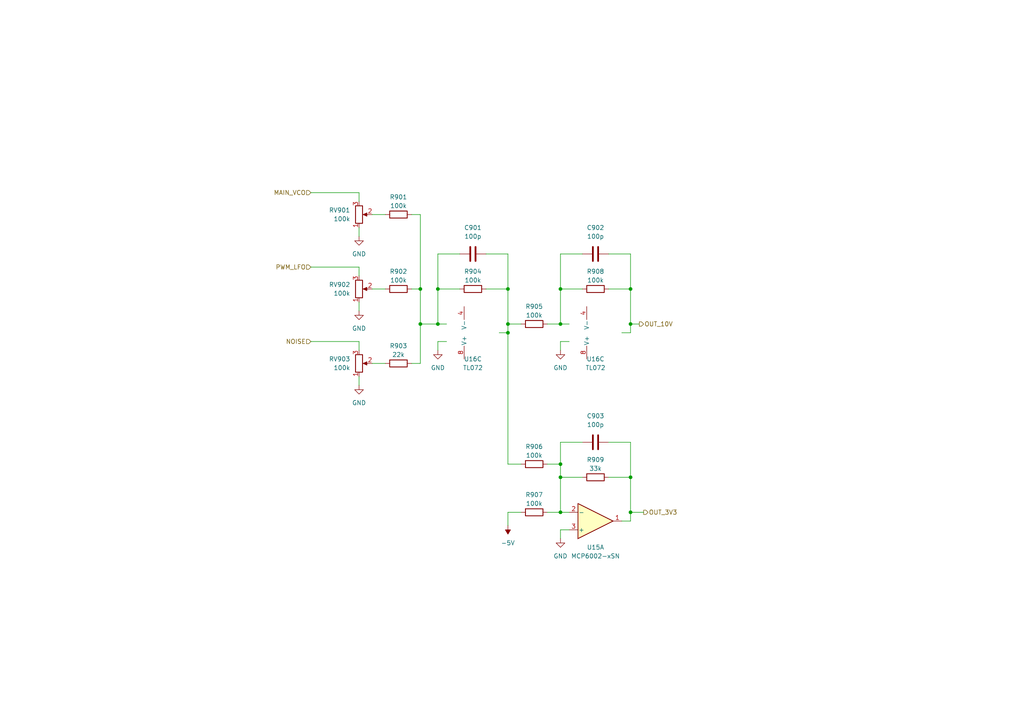
<source format=kicad_sch>
(kicad_sch (version 20230121) (generator eeschema)
  (paper "A4")
  (title_block (title "MICRO-OX Modulation Board") (date "2023-04-21") (rev "0") (comment 2 "creativecommons.org/licenses/by/4.0") (comment 3 "license: CC by 4.0") (comment 4 "Author: Jordan Aceto"))
  (lib_symbols
    (symbol "Amplifier_Operational:MCP6002-xSN" (pin_names (offset 0.127))
      (property "Reference" "U" (at 0 5.08 0))
      (property "Value" "MCP6002-xSN" (at 0 -5.08 0))
      (symbol "MCP6002-xSN_1_1"
        (polyline (pts (xy -5.08 5.08) (xy 5.08 0) (xy -5.08 -5.08) (xy -5.08 5.08)) (stroke (width 0.254)) (fill (type background)))
        (pin output line (at 7.62 0 180) (length 2.54) (name "~") (number "1"))
        (pin input line (at -7.62 -2.54 0) (length 2.54) (name "-") (number "2"))
        (pin input line (at -7.62 2.54 0) (length 2.54) (name "+") (number "3"))
      )
      (symbol "MCP6002-xSN_2_1"
        (polyline (pts (xy -5.08 5.08) (xy 5.08 0) (xy -5.08 -5.08) (xy -5.08 5.08)) (stroke (width 0.254)) (fill (type background)))
        (pin input line (at -7.62 2.54 0) (length 2.54) (name "+") (number "5"))
        (pin input line (at -7.62 -2.54 0) (length 2.54) (name "-") (number "6"))
        (pin output line (at 7.62 0 180) (length 2.54) (name "~") (number "7"))
      )
      (symbol "MCP6002-xSN_3_1"
        (pin power_in line (at -2.54 -7.62 90) (length 3.81) (name "V-") (number "4"))
        (pin power_in line (at -2.54 7.62 270) (length 3.81) (name "V+") (number "8"))
      )
    )
    (symbol "Amplifier_Operational:TL072" (pin_names (offset 0.127))
      (property "Reference" "U" (at 0 5.08 0))
      (property "Value" "TL072" (at 0 -5.08 0))
      (symbol "TL072_1_1"
        (polyline (pts (xy -5.08 5.08) (xy 5.08 0) (xy -5.08 -5.08) (xy -5.08 5.08)) (stroke (width 0.254)) (fill (type background)))
        (pin output line (at 7.62 0 180) (length 2.54) (name "~") (number "1"))
        (pin input line (at -7.62 -2.54 0) (length 2.54) (name "-") (number "2"))
        (pin input line (at -7.62 2.54 0) (length 2.54) (name "+") (number "3"))
      )
      (symbol "TL072_2_1"
        (polyline (pts (xy -5.08 5.08) (xy 5.08 0) (xy -5.08 -5.08) (xy -5.08 5.08)) (stroke (width 0.254)) (fill (type background)))
        (pin input line (at -7.62 2.54 0) (length 2.54) (name "+") (number "5"))
        (pin input line (at -7.62 -2.54 0) (length 2.54) (name "-") (number "6"))
        (pin output line (at 7.62 0 180) (length 2.54) (name "~") (number "7"))
      )
      (symbol "TL072_3_1"
        (pin power_in line (at -2.54 -7.62 90) (length 3.81) (name "V-") (number "4"))
        (pin power_in line (at -2.54 7.62 270) (length 3.81) (name "V+") (number "8"))
      )
    )
    (symbol "Device:C" (pin_numbers hide) (pin_names (offset 0.254))
      (property "Reference" "C" (at 0.635 2.54 0))
      (property "Value" "C" (at 0.635 -2.54 0))
      (symbol "C_0_1"
        (polyline (pts (xy -2.032 -0.762) (xy 2.032 -0.762)) (stroke (width 0.508)))
        (polyline (pts (xy -2.032 0.762) (xy 2.032 0.762)) (stroke (width 0.508)))
      )
      (symbol "C_1_1"
        (pin passive line (at 0 3.81 270) (length 2.794) (name "~") (number "1"))
        (pin passive line (at 0 -3.81 90) (length 2.794) (name "~") (number "2"))
      )
    )
    (symbol "Device:R" (pin_numbers hide) (pin_names (offset 0))
      (property "Reference" "R" (at 2.032 0 90))
      (property "Value" "R" (at 0 0 90))
      (symbol "R_0_1"
        (rectangle (start -1.016 -2.54) (end 1.016 2.54) (stroke (width 0.254)))
      )
      (symbol "R_1_1"
        (pin passive line (at 0 3.81 270) (length 1.27) (name "~") (number "1"))
        (pin passive line (at 0 -3.81 90) (length 1.27) (name "~") (number "2"))
      )
    )
    (symbol "Device:R_Potentiometer" (pin_names (offset 1.016) hide)
      (property "Reference" "RV" (at -4.445 0 90))
      (property "Value" "R_Potentiometer" (at -2.54 0 90))
      (symbol "R_Potentiometer_0_1"
        (polyline (pts (xy 2.54 0) (xy 1.524 0)))
        (polyline (pts (xy 1.143 0) (xy 2.286 0.508) (xy 2.286 -0.508) (xy 1.143 0)) (fill (type outline)))
        (rectangle (start 1.016 2.54) (end -1.016 -2.54) (stroke (width 0.254)))
      )
      (symbol "R_Potentiometer_1_1"
        (pin passive line (at 0 3.81 270) (length 1.27) (name "1") (number "1"))
        (pin passive line (at 3.81 0 180) (length 1.27) (name "2") (number "2"))
        (pin passive line (at 0 -3.81 90) (length 1.27) (name "3") (number "3"))
      )
    )
    (symbol "power:-5V" (power) (pin_names (offset 0))
      (property "Value" "-5V" (at 0 3.81 0))
      (symbol "-5V_0_0"
        (pin power_in line (at 0 0 90) (length 0) hide (name "-5V") (number "1"))
      )
      (symbol "-5V_0_1"
        (polyline (pts (xy 0 0) (xy 0 1.27) (xy 0.762 1.27) (xy 0 2.54) (xy -0.762 1.27) (xy 0 1.27)) (fill (type outline)))
      )
    )
    (symbol "power:GND" (power) (pin_names (offset 0))
      (property "Value" "GND" (at 0 -3.81 0))
      (symbol "GND_0_1"
        (polyline (pts (xy 0 0) (xy 0 -1.27) (xy 1.27 -1.27) (xy 0 -2.54) (xy -1.27 -1.27) (xy 0 -1.27)))
      )
      (symbol "GND_1_1"
        (pin power_in line (at 0 0 270) (length 0) hide (name "GND") (number "1"))
      )
    )
  )
  (junction (at 147.32 93.98))
  (junction (at 162.56 134.62))
  (junction (at 182.88 83.82))
  (junction (at 121.92 93.98))
  (junction (at 121.92 83.82))
  (junction (at 182.88 93.98))
  (junction (at 162.56 93.98))
  (junction (at 162.56 138.43))
  (junction (at 147.32 83.82))
  (junction (at 127 93.98))
  (junction (at 147.32 96.52))
  (junction (at 162.56 148.59))
  (junction (at 182.88 138.43))
  (junction (at 127 83.82))
  (junction (at 182.88 148.59))
  (junction (at 162.56 83.82))
  (wire (pts (xy 162.56 138.43) (xy 168.91 138.43)))
  (wire (pts (xy 165.1 93.98) (xy 162.56 93.98)))
  (wire (pts (xy 140.97 73.66) (xy 147.32 73.66)))
  (wire (pts (xy 162.56 128.27) (xy 162.56 134.62)))
  (wire (pts (xy 90.17 77.47) (xy 104.14 77.47)))
  (wire (pts (xy 121.92 93.98) (xy 127 93.98)))
  (wire (pts (xy 121.92 93.98) (xy 121.92 83.82)))
  (wire (pts (xy 107.95 83.82) (xy 111.76 83.82)))
  (wire (pts (xy 158.75 134.62) (xy 162.56 134.62)))
  (wire (pts (xy 182.88 128.27) (xy 182.88 138.43)))
  (wire (pts (xy 151.13 134.62) (xy 147.32 134.62)))
  (wire (pts (xy 127 101.6) (xy 127 99.06)))
  (wire (pts (xy 104.14 68.58) (xy 104.14 66.04)))
  (wire (pts (xy 182.88 73.66) (xy 182.88 83.82)))
  (wire (pts (xy 162.56 153.67) (xy 165.1 153.67)))
  (wire (pts (xy 147.32 83.82) (xy 140.97 83.82)))
  (wire (pts (xy 104.14 55.88) (xy 104.14 58.42)))
  (wire (pts (xy 107.95 105.41) (xy 111.76 105.41)))
  (wire (pts (xy 121.92 105.41) (xy 121.92 93.98)))
  (wire (pts (xy 147.32 148.59) (xy 151.13 148.59)))
  (wire (pts (xy 144.78 96.52) (xy 147.32 96.52)))
  (wire (pts (xy 147.32 96.52) (xy 147.32 134.62)))
  (wire (pts (xy 107.95 62.23) (xy 111.76 62.23)))
  (wire (pts (xy 119.38 105.41) (xy 121.92 105.41)))
  (wire (pts (xy 162.56 93.98) (xy 162.56 83.82)))
  (wire (pts (xy 129.54 93.98) (xy 127 93.98)))
  (wire (pts (xy 104.14 111.76) (xy 104.14 109.22)))
  (wire (pts (xy 176.53 73.66) (xy 182.88 73.66)))
  (wire (pts (xy 127 83.82) (xy 133.35 83.82)))
  (wire (pts (xy 182.88 148.59) (xy 182.88 151.13)))
  (wire (pts (xy 147.32 96.52) (xy 147.32 93.98)))
  (wire (pts (xy 162.56 101.6) (xy 162.56 99.06)))
  (wire (pts (xy 127 73.66) (xy 127 83.82)))
  (wire (pts (xy 158.75 93.98) (xy 162.56 93.98)))
  (wire (pts (xy 162.56 148.59) (xy 165.1 148.59)))
  (wire (pts (xy 147.32 148.59) (xy 147.32 152.4)))
  (wire (pts (xy 180.34 96.52) (xy 182.88 96.52)))
  (wire (pts (xy 182.88 93.98) (xy 185.42 93.98)))
  (wire (pts (xy 147.32 73.66) (xy 147.32 83.82)))
  (wire (pts (xy 147.32 93.98) (xy 151.13 93.98)))
  (wire (pts (xy 127 99.06) (xy 129.54 99.06)))
  (wire (pts (xy 168.91 73.66) (xy 162.56 73.66)))
  (wire (pts (xy 158.75 148.59) (xy 162.56 148.59)))
  (wire (pts (xy 162.56 73.66) (xy 162.56 83.82)))
  (wire (pts (xy 90.17 99.06) (xy 104.14 99.06)))
  (wire (pts (xy 182.88 93.98) (xy 182.88 83.82)))
  (wire (pts (xy 182.88 96.52) (xy 182.88 93.98)))
  (wire (pts (xy 127 93.98) (xy 127 83.82)))
  (wire (pts (xy 182.88 138.43) (xy 176.53 138.43)))
  (wire (pts (xy 121.92 62.23) (xy 119.38 62.23)))
  (wire (pts (xy 133.35 73.66) (xy 127 73.66)))
  (wire (pts (xy 182.88 148.59) (xy 186.69 148.59)))
  (wire (pts (xy 104.14 77.47) (xy 104.14 80.01)))
  (wire (pts (xy 162.56 148.59) (xy 162.56 138.43)))
  (wire (pts (xy 121.92 83.82) (xy 121.92 62.23)))
  (wire (pts (xy 182.88 138.43) (xy 182.88 148.59)))
  (wire (pts (xy 162.56 99.06) (xy 165.1 99.06)))
  (wire (pts (xy 180.34 151.13) (xy 182.88 151.13)))
  (wire (pts (xy 182.88 83.82) (xy 176.53 83.82)))
  (wire (pts (xy 147.32 93.98) (xy 147.32 83.82)))
  (wire (pts (xy 104.14 90.17) (xy 104.14 87.63)))
  (wire (pts (xy 162.56 156.21) (xy 162.56 153.67)))
  (wire (pts (xy 168.91 128.27) (xy 162.56 128.27)))
  (wire (pts (xy 162.56 83.82) (xy 168.91 83.82)))
  (wire (pts (xy 119.38 83.82) (xy 121.92 83.82)))
  (wire (pts (xy 176.53 128.27) (xy 182.88 128.27)))
  (wire (pts (xy 162.56 134.62) (xy 162.56 138.43)))
  (wire (pts (xy 104.14 99.06) (xy 104.14 101.6)))
  (wire (pts (xy 90.17 55.88) (xy 104.14 55.88)))
  (hierarchical_label "MAIN_VCO" (shape input) (at 90.17 55.88 180))
  (hierarchical_label "OUT_3V3" (shape output) (at 186.69 148.59 0))
  (hierarchical_label "PWM_LFO" (shape input) (at 90.17 77.47 180))
  (hierarchical_label "OUT_10V" (shape output) (at 185.42 93.98 0))
  (hierarchical_label "NOISE" (shape input) (at 90.17 99.06 180))
  (symbol (lib_id "Amplifier_Operational:TL072") (at 172.72 96.52 0) (mirror x) (unit 3)
    (property "Reference" "U16" (at 172.72 104.14 0))
    (property "Value" "TL072" (at 172.72 106.68 0))
    (property "Footprint" "Package_SO:SOIC-8_3.9x4.9mm_P1.27mm" (effects hide))
    (property "Datasheet" "http://www.ti.com/lit/ds/symlink/tl071.pdf" (effects hide))
    (instances (project "modulation_board" (path "" (reference "U16") (unit 3)) (path "" (reference "U14") (unit 2))) (project "VCF_VCA_board" (path "" (reference "U1") (unit 3))))
  )
  (symbol (lib_id "Device:R") (at 115.57 105.41 90) (unit 1)
    (property "Reference" "R903" (at 115.57 100.33 90))
    (property "Value" "22k" (at 115.57 102.87 90))
    (property "Footprint" "Resistor_SMD:R_0603_1608Metric" (effects hide))
    (instances (project "modulation_board" (path "" (reference "R903") (unit 1))) (project "sample_and_hold_board" (path "" (reference "R3") (unit 1))))
  )
  (symbol (lib_id "Device:R") (at 115.57 62.23 90) (unit 1)
    (property "Reference" "R901" (at 115.57 57.15 90))
    (property "Value" "100k" (at 115.57 59.69 90))
    (property "Footprint" "Resistor_SMD:R_0603_1608Metric" (effects hide))
    (instances (project "modulation_board" (path "" (reference "R901") (unit 1))) (project "sample_and_hold_board" (path "" (reference "R1") (unit 1))))
  )
  (symbol (lib_id "power:GND") (at 104.14 111.76 0) (unit 1)
    (property "Reference" "#PWR0903" (effects hide))
    (property "Value" "GND" (at 104.14 116.84 0))
    (instances (project "modulation_board" (path "" (reference "#PWR0903") (unit 1))) (project "sample_and_hold_board" (path "" (reference "#PWR08") (unit 1))))
  )
  (symbol (lib_id "Device:R_Potentiometer") (at 104.14 105.41 0) (mirror x) (unit 1)
    (property "Reference" "RV903" (at 101.6 104.1399 0) (effects (justify right)))
    (property "Value" "100k" (at 101.6 106.6799 0) (effects (justify right)))
    (property "Footprint" "Potentiometer_THT:Potentiometer_Alpha_RD901F-40-00D_Single_Vertical" (effects hide))
    (instances (project "modulation_board" (path "" (reference "RV903") (unit 1))) (project "sample_and_hold_board" (path "" (reference "RV3") (unit 1))))
  )
  (symbol (lib_id "power:GND") (at 104.14 68.58 0) (unit 1)
    (property "Reference" "#PWR0901" (effects hide))
    (property "Value" "GND" (at 104.14 73.66 0))
    (instances (project "modulation_board" (path "" (reference "#PWR0901") (unit 1))) (project "sample_and_hold_board" (path "" (reference "#PWR04") (unit 1))))
  )
  (symbol (lib_id "Device:R") (at 154.94 93.98 90) (unit 1)
    (property "Reference" "R905" (at 154.94 88.9 90))
    (property "Value" "100k" (at 154.94 91.44 90))
    (property "Footprint" "Resistor_SMD:R_0603_1608Metric" (effects hide))
    (instances (project "modulation_board" (path "" (reference "R905") (unit 1))) (project "sample_and_hold_board" (path "" (reference "R5") (unit 1))))
  )
  (symbol (lib_id "power:GND") (at 104.14 90.17 0) (unit 1)
    (property "Reference" "#PWR0902" (effects hide))
    (property "Value" "GND" (at 104.14 95.25 0))
    (instances (project "modulation_board" (path "" (reference "#PWR0902") (unit 1))) (project "sample_and_hold_board" (path "" (reference "#PWR05") (unit 1))))
  )
  (symbol (lib_id "power:GND") (at 162.56 156.21 0) (unit 1)
    (property "Reference" "#PWR0906" (effects hide))
    (property "Value" "GND" (at 162.56 161.29 0))
  )
  (symbol (lib_id "Device:C") (at 172.72 128.27 90) (unit 1)
    (property "Reference" "C903" (at 172.72 120.65 90))
    (property "Value" "100p" (at 172.72 123.19 90))
    (property "Footprint" "Capacitor_SMD:C_0603_1608Metric" (effects hide))
    (instances (project "modulation_board" (path "" (reference "C903") (unit 1))) (project "sample_and_hold_board" (path "" (reference "C2") (unit 1))))
  )
  (symbol (lib_id "Device:C") (at 137.16 73.66 90) (unit 1)
    (property "Reference" "C901" (at 137.16 66.04 90))
    (property "Value" "100p" (at 137.16 68.58 90))
    (property "Footprint" "Capacitor_SMD:C_0603_1608Metric" (effects hide))
    (instances (project "modulation_board" (path "" (reference "C901") (unit 1))) (project "sample_and_hold_board" (path "" (reference "C1") (unit 1))))
  )
  (symbol (lib_id "Device:R") (at 154.94 148.59 90) (unit 1)
    (property "Reference" "R907" (at 154.94 143.51 90))
    (property "Value" "100k" (at 154.94 146.05 90))
    (property "Footprint" "Resistor_SMD:R_0603_1608Metric" (effects hide))
    (instances (project "modulation_board" (path "" (reference "R907") (unit 1))) (project "sample_and_hold_board" (path "" (reference "R5") (unit 1))))
  )
  (symbol (lib_id "power:-5V") (at 147.32 152.4 180) (unit 1)
    (property "Reference" "#PWR0907" (effects hide))
    (property "Value" "-5V" (at 147.32 157.48 0))
  )
  (symbol (lib_id "Device:R") (at 115.57 83.82 90) (unit 1)
    (property "Reference" "R902" (at 115.57 78.74 90))
    (property "Value" "100k" (at 115.57 81.28 90))
    (property "Footprint" "Resistor_SMD:R_0603_1608Metric" (effects hide))
    (instances (project "modulation_board" (path "" (reference "R902") (unit 1))) (project "sample_and_hold_board" (path "" (reference "R2") (unit 1))))
  )
  (symbol (lib_id "Device:R") (at 172.72 138.43 90) (unit 1)
    (property "Reference" "R909" (at 172.72 133.35 90))
    (property "Value" "33k" (at 172.72 135.89 90))
    (property "Footprint" "Resistor_SMD:R_0603_1608Metric" (effects hide))
    (instances (project "modulation_board" (path "" (reference "R909") (unit 1))) (project "sample_and_hold_board" (path "" (reference "R6") (unit 1))))
  )
  (symbol (lib_id "Amplifier_Operational:TL072") (at 137.16 96.52 0) (mirror x) (unit 3)
    (property "Reference" "U16" (at 137.16 104.14 0))
    (property "Value" "TL072" (at 137.16 106.68 0))
    (property "Footprint" "Package_SO:SOIC-8_3.9x4.9mm_P1.27mm" (effects hide))
    (property "Datasheet" "http://www.ti.com/lit/ds/symlink/tl071.pdf" (effects hide))
    (instances (project "modulation_board" (path "" (reference "U16") (unit 3)) (path "" (reference "U14") (unit 1))) (project "VCF_VCA_board" (path "" (reference "U1") (unit 3))))
  )
  (symbol (lib_id "power:GND") (at 162.56 101.6 0) (unit 1)
    (property "Reference" "#PWR0905" (effects hide))
    (property "Value" "GND" (at 162.56 106.68 0))
    (instances (project "modulation_board" (path "" (reference "#PWR0905") (unit 1))) (project "sample_and_hold_board" (path "" (reference "#PWR07") (unit 1))))
  )
  (symbol (lib_id "Device:R_Potentiometer") (at 104.14 83.82 0) (mirror x) (unit 1)
    (property "Reference" "RV902" (at 101.6 82.5499 0) (effects (justify right)))
    (property "Value" "100k" (at 101.6 85.0899 0) (effects (justify right)))
    (property "Footprint" "Potentiometer_THT:Potentiometer_Alpha_RD901F-40-00D_Single_Vertical" (effects hide))
    (instances (project "modulation_board" (path "" (reference "RV902") (unit 1))) (project "sample_and_hold_board" (path "" (reference "RV2") (unit 1))))
  )
  (symbol (lib_id "Device:R") (at 172.72 83.82 90) (unit 1)
    (property "Reference" "R908" (at 172.72 78.74 90))
    (property "Value" "100k" (at 172.72 81.28 90))
    (property "Footprint" "Resistor_SMD:R_0603_1608Metric" (effects hide))
    (instances (project "modulation_board" (path "" (reference "R908") (unit 1))) (project "sample_and_hold_board" (path "" (reference "R6") (unit 1))))
  )
  (symbol (lib_id "Device:R") (at 154.94 134.62 90) (unit 1)
    (property "Reference" "R906" (at 154.94 129.54 90))
    (property "Value" "100k" (at 154.94 132.08 90))
    (property "Footprint" "Resistor_SMD:R_0603_1608Metric" (effects hide))
    (instances (project "modulation_board" (path "" (reference "R906") (unit 1))) (project "sample_and_hold_board" (path "" (reference "R5") (unit 1))))
  )
  (symbol (lib_id "Device:R_Potentiometer") (at 104.14 62.23 0) (mirror x) (unit 1)
    (property "Reference" "RV901" (at 101.6 60.9599 0) (effects (justify right)))
    (property "Value" "100k" (at 101.6 63.4999 0) (effects (justify right)))
    (property "Footprint" "Potentiometer_THT:Potentiometer_Alpha_RD901F-40-00D_Single_Vertical" (effects hide))
    (instances (project "modulation_board" (path "" (reference "RV901") (unit 1))) (project "sample_and_hold_board" (path "" (reference "RV1") (unit 1))))
  )
  (symbol (lib_id "power:GND") (at 127 101.6 0) (unit 1)
    (property "Reference" "#PWR0904" (effects hide))
    (property "Value" "GND" (at 127 106.68 0))
    (instances (project "modulation_board" (path "" (reference "#PWR0904") (unit 1))) (project "sample_and_hold_board" (path "" (reference "#PWR06") (unit 1))))
  )
  (symbol (lib_id "Amplifier_Operational:MCP6002-xSN") (at 172.72 151.13 0) (mirror x) (unit 1)
    (property "Reference" "U15" (at 172.72 158.75 0))
    (property "Value" "MCP6002-xSN" (at 172.72 161.29 0))
    (property "Footprint" "Package_SO:SOIC-8_3.9x4.9mm_P1.27mm" (effects hide))
    (property "Datasheet" "http://ww1.microchip.com/downloads/en/DeviceDoc/21733j.pdf" (effects hide))
  )
  (symbol (lib_id "Device:R") (at 137.16 83.82 90) (unit 1)
    (property "Reference" "R904" (at 137.16 78.74 90))
    (property "Value" "100k" (at 137.16 81.28 90))
    (property "Footprint" "Resistor_SMD:R_0603_1608Metric" (effects hide))
    (instances (project "modulation_board" (path "" (reference "R904") (unit 1))) (project "sample_and_hold_board" (path "" (reference "R4") (unit 1))))
  )
  (symbol (lib_id "Device:C") (at 172.72 73.66 90) (unit 1)
    (property "Reference" "C902" (at 172.72 66.04 90))
    (property "Value" "100p" (at 172.72 68.58 90))
    (property "Footprint" "Capacitor_SMD:C_0603_1608Metric" (effects hide))
    (instances (project "modulation_board" (path "" (reference "C902") (unit 1))) (project "sample_and_hold_board" (path "" (reference "C2") (unit 1))))
  )
)
</source>
